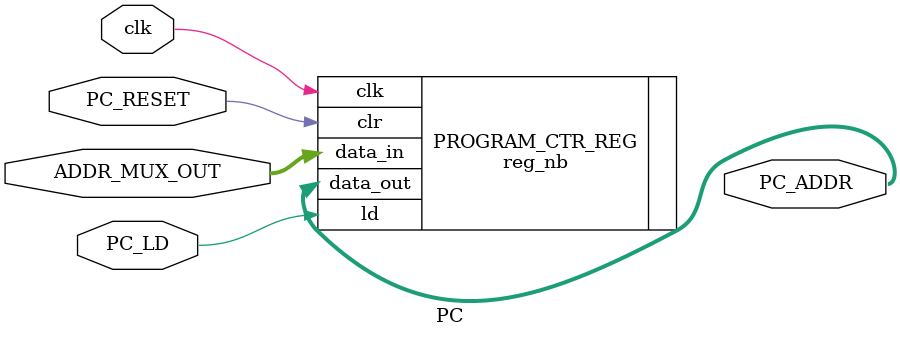
<source format=v>
`timescale 1ns / 1ps


module PC(
        input clk,
        input PC_RESET, // Reset signal used to set PC to 32'h0 address
        input PC_LD, // Load signal used to load next "MUX'd" address value 
        input [31:0] ADDR_MUX_OUT,
        output [31:0] PC_ADDR
    );
    
    
    // Main storage element for the program counter
    // Accepts input from the PC Mux
    // PC_LD will load whatever value is at the ADDR_MUX_OUT
    // PC_RESET will reset the PC to 32'h0
    reg_nb #(.n(32)) PROGRAM_CTR_REG (
        .data_in  (ADDR_MUX_OUT), 
        .ld       (PC_LD), 
        .clk      (clk), 
        .clr      (PC_RESET), 
        .data_out (PC_ADDR)
    ); 
    
endmodule
</source>
